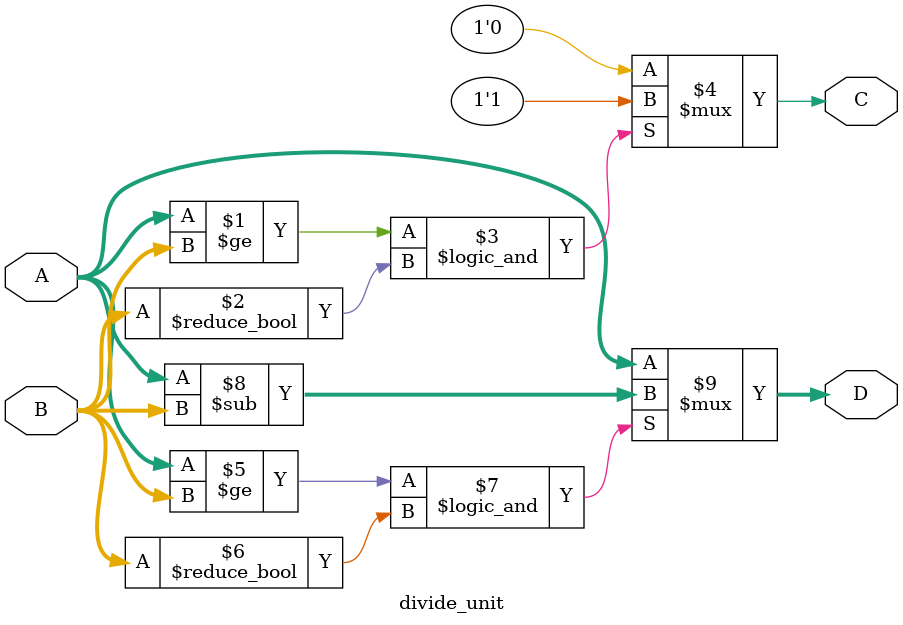
<source format=sv>
module divide_unit (
    input [31:0] A,
    input [31:0] B,
    output logic C,
    output logic [31:0] D
);

assign C = (($unsigned(A) >= $unsigned(B)) && B != 32'd0) ? 1'b1 : 1'b0;
assign D = (($unsigned(A) >= $unsigned(B)) && B != 32'd0) ? (A - B) : A;
    
endmodule
</source>
